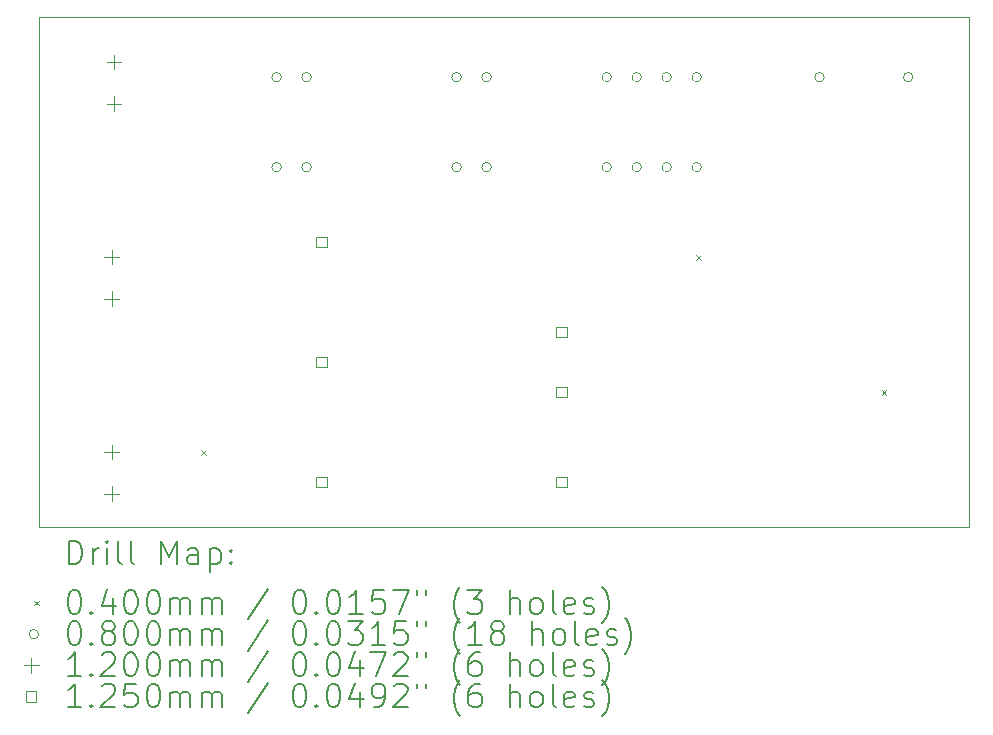
<source format=gbr>
%TF.GenerationSoftware,KiCad,Pcbnew,6.0.8-1.fc36*%
%TF.CreationDate,2022-11-05T02:53:20+01:00*%
%TF.ProjectId,recruiting,72656372-7569-4746-996e-672e6b696361,V0*%
%TF.SameCoordinates,Original*%
%TF.FileFunction,Drillmap*%
%TF.FilePolarity,Positive*%
%FSLAX45Y45*%
G04 Gerber Fmt 4.5, Leading zero omitted, Abs format (unit mm)*
G04 Created by KiCad (PCBNEW 6.0.8-1.fc36) date 2022-11-05 02:53:20*
%MOMM*%
%LPD*%
G01*
G04 APERTURE LIST*
%ADD10C,0.050000*%
%ADD11C,0.200000*%
%ADD12C,0.040000*%
%ADD13C,0.080000*%
%ADD14C,0.120000*%
%ADD15C,0.125000*%
G04 APERTURE END LIST*
D10*
X10052250Y-6477000D02*
X17926250Y-6477000D01*
X17926250Y-6477000D02*
X17926250Y-10795000D01*
X17926250Y-10795000D02*
X10052250Y-10795000D01*
X10052250Y-10795000D02*
X10052250Y-6477000D01*
D11*
D12*
X11429250Y-10140000D02*
X11469250Y-10180000D01*
X11469250Y-10140000D02*
X11429250Y-10180000D01*
X15620250Y-8489000D02*
X15660250Y-8529000D01*
X15660250Y-8489000D02*
X15620250Y-8529000D01*
X17188000Y-9632000D02*
X17228000Y-9672000D01*
X17228000Y-9632000D02*
X17188000Y-9672000D01*
D13*
X12105000Y-6984500D02*
G75*
G03*
X12105000Y-6984500I-40000J0D01*
G01*
X12105000Y-7746500D02*
G75*
G03*
X12105000Y-7746500I-40000J0D01*
G01*
X12359000Y-6984500D02*
G75*
G03*
X12359000Y-6984500I-40000J0D01*
G01*
X12359000Y-7746500D02*
G75*
G03*
X12359000Y-7746500I-40000J0D01*
G01*
X13629000Y-6984500D02*
G75*
G03*
X13629000Y-6984500I-40000J0D01*
G01*
X13629000Y-7746500D02*
G75*
G03*
X13629000Y-7746500I-40000J0D01*
G01*
X13883000Y-6984500D02*
G75*
G03*
X13883000Y-6984500I-40000J0D01*
G01*
X13883000Y-7746500D02*
G75*
G03*
X13883000Y-7746500I-40000J0D01*
G01*
X14900000Y-6984000D02*
G75*
G03*
X14900000Y-6984000I-40000J0D01*
G01*
X14900000Y-7746000D02*
G75*
G03*
X14900000Y-7746000I-40000J0D01*
G01*
X15154000Y-6984000D02*
G75*
G03*
X15154000Y-6984000I-40000J0D01*
G01*
X15154000Y-7746000D02*
G75*
G03*
X15154000Y-7746000I-40000J0D01*
G01*
X15408000Y-6984000D02*
G75*
G03*
X15408000Y-6984000I-40000J0D01*
G01*
X15408000Y-7746000D02*
G75*
G03*
X15408000Y-7746000I-40000J0D01*
G01*
X15662000Y-6984000D02*
G75*
G03*
X15662000Y-6984000I-40000J0D01*
G01*
X15662000Y-7746000D02*
G75*
G03*
X15662000Y-7746000I-40000J0D01*
G01*
X16702250Y-6985000D02*
G75*
G03*
X16702250Y-6985000I-40000J0D01*
G01*
X17452250Y-6985000D02*
G75*
G03*
X17452250Y-6985000I-40000J0D01*
G01*
D14*
X10668000Y-8449000D02*
X10668000Y-8569000D01*
X10608000Y-8509000D02*
X10728000Y-8509000D01*
X10668000Y-8799000D02*
X10668000Y-8919000D01*
X10608000Y-8859000D02*
X10728000Y-8859000D01*
X10668000Y-10100000D02*
X10668000Y-10220000D01*
X10608000Y-10160000D02*
X10728000Y-10160000D01*
X10668000Y-10450000D02*
X10668000Y-10570000D01*
X10608000Y-10510000D02*
X10728000Y-10510000D01*
X10687250Y-6798000D02*
X10687250Y-6918000D01*
X10627250Y-6858000D02*
X10747250Y-6858000D01*
X10687250Y-7148000D02*
X10687250Y-7268000D01*
X10627250Y-7208000D02*
X10747250Y-7208000D01*
D15*
X12490195Y-8426195D02*
X12490195Y-8337805D01*
X12401805Y-8337805D01*
X12401805Y-8426195D01*
X12490195Y-8426195D01*
X12490195Y-9442195D02*
X12490195Y-9353805D01*
X12401805Y-9353805D01*
X12401805Y-9442195D01*
X12490195Y-9442195D01*
X12490195Y-10458195D02*
X12490195Y-10369805D01*
X12401805Y-10369805D01*
X12401805Y-10458195D01*
X12490195Y-10458195D01*
X14522195Y-9188195D02*
X14522195Y-9099805D01*
X14433805Y-9099805D01*
X14433805Y-9188195D01*
X14522195Y-9188195D01*
X14522195Y-9696195D02*
X14522195Y-9607805D01*
X14433805Y-9607805D01*
X14433805Y-9696195D01*
X14522195Y-9696195D01*
X14522195Y-10458195D02*
X14522195Y-10369805D01*
X14433805Y-10369805D01*
X14433805Y-10458195D01*
X14522195Y-10458195D01*
D11*
X10307369Y-11107976D02*
X10307369Y-10907976D01*
X10354988Y-10907976D01*
X10383560Y-10917500D01*
X10402607Y-10936548D01*
X10412131Y-10955595D01*
X10421655Y-10993690D01*
X10421655Y-11022262D01*
X10412131Y-11060357D01*
X10402607Y-11079405D01*
X10383560Y-11098452D01*
X10354988Y-11107976D01*
X10307369Y-11107976D01*
X10507369Y-11107976D02*
X10507369Y-10974643D01*
X10507369Y-11012738D02*
X10516893Y-10993690D01*
X10526417Y-10984167D01*
X10545464Y-10974643D01*
X10564512Y-10974643D01*
X10631179Y-11107976D02*
X10631179Y-10974643D01*
X10631179Y-10907976D02*
X10621655Y-10917500D01*
X10631179Y-10927024D01*
X10640702Y-10917500D01*
X10631179Y-10907976D01*
X10631179Y-10927024D01*
X10754988Y-11107976D02*
X10735940Y-11098452D01*
X10726417Y-11079405D01*
X10726417Y-10907976D01*
X10859750Y-11107976D02*
X10840702Y-11098452D01*
X10831179Y-11079405D01*
X10831179Y-10907976D01*
X11088321Y-11107976D02*
X11088321Y-10907976D01*
X11154988Y-11050833D01*
X11221655Y-10907976D01*
X11221655Y-11107976D01*
X11402607Y-11107976D02*
X11402607Y-11003214D01*
X11393083Y-10984167D01*
X11374036Y-10974643D01*
X11335940Y-10974643D01*
X11316893Y-10984167D01*
X11402607Y-11098452D02*
X11383559Y-11107976D01*
X11335940Y-11107976D01*
X11316893Y-11098452D01*
X11307369Y-11079405D01*
X11307369Y-11060357D01*
X11316893Y-11041310D01*
X11335940Y-11031786D01*
X11383559Y-11031786D01*
X11402607Y-11022262D01*
X11497845Y-10974643D02*
X11497845Y-11174643D01*
X11497845Y-10984167D02*
X11516893Y-10974643D01*
X11554988Y-10974643D01*
X11574036Y-10984167D01*
X11583559Y-10993690D01*
X11593083Y-11012738D01*
X11593083Y-11069881D01*
X11583559Y-11088929D01*
X11574036Y-11098452D01*
X11554988Y-11107976D01*
X11516893Y-11107976D01*
X11497845Y-11098452D01*
X11678798Y-11088929D02*
X11688321Y-11098452D01*
X11678798Y-11107976D01*
X11669274Y-11098452D01*
X11678798Y-11088929D01*
X11678798Y-11107976D01*
X11678798Y-10984167D02*
X11688321Y-10993690D01*
X11678798Y-11003214D01*
X11669274Y-10993690D01*
X11678798Y-10984167D01*
X11678798Y-11003214D01*
D12*
X10009750Y-11417500D02*
X10049750Y-11457500D01*
X10049750Y-11417500D02*
X10009750Y-11457500D01*
D11*
X10345464Y-11327976D02*
X10364512Y-11327976D01*
X10383560Y-11337500D01*
X10393083Y-11347024D01*
X10402607Y-11366071D01*
X10412131Y-11404167D01*
X10412131Y-11451786D01*
X10402607Y-11489881D01*
X10393083Y-11508928D01*
X10383560Y-11518452D01*
X10364512Y-11527976D01*
X10345464Y-11527976D01*
X10326417Y-11518452D01*
X10316893Y-11508928D01*
X10307369Y-11489881D01*
X10297845Y-11451786D01*
X10297845Y-11404167D01*
X10307369Y-11366071D01*
X10316893Y-11347024D01*
X10326417Y-11337500D01*
X10345464Y-11327976D01*
X10497845Y-11508928D02*
X10507369Y-11518452D01*
X10497845Y-11527976D01*
X10488321Y-11518452D01*
X10497845Y-11508928D01*
X10497845Y-11527976D01*
X10678798Y-11394643D02*
X10678798Y-11527976D01*
X10631179Y-11318452D02*
X10583560Y-11461309D01*
X10707369Y-11461309D01*
X10821655Y-11327976D02*
X10840702Y-11327976D01*
X10859750Y-11337500D01*
X10869274Y-11347024D01*
X10878798Y-11366071D01*
X10888321Y-11404167D01*
X10888321Y-11451786D01*
X10878798Y-11489881D01*
X10869274Y-11508928D01*
X10859750Y-11518452D01*
X10840702Y-11527976D01*
X10821655Y-11527976D01*
X10802607Y-11518452D01*
X10793083Y-11508928D01*
X10783560Y-11489881D01*
X10774036Y-11451786D01*
X10774036Y-11404167D01*
X10783560Y-11366071D01*
X10793083Y-11347024D01*
X10802607Y-11337500D01*
X10821655Y-11327976D01*
X11012131Y-11327976D02*
X11031179Y-11327976D01*
X11050226Y-11337500D01*
X11059750Y-11347024D01*
X11069274Y-11366071D01*
X11078798Y-11404167D01*
X11078798Y-11451786D01*
X11069274Y-11489881D01*
X11059750Y-11508928D01*
X11050226Y-11518452D01*
X11031179Y-11527976D01*
X11012131Y-11527976D01*
X10993083Y-11518452D01*
X10983560Y-11508928D01*
X10974036Y-11489881D01*
X10964512Y-11451786D01*
X10964512Y-11404167D01*
X10974036Y-11366071D01*
X10983560Y-11347024D01*
X10993083Y-11337500D01*
X11012131Y-11327976D01*
X11164512Y-11527976D02*
X11164512Y-11394643D01*
X11164512Y-11413690D02*
X11174036Y-11404167D01*
X11193083Y-11394643D01*
X11221655Y-11394643D01*
X11240702Y-11404167D01*
X11250226Y-11423214D01*
X11250226Y-11527976D01*
X11250226Y-11423214D02*
X11259750Y-11404167D01*
X11278798Y-11394643D01*
X11307369Y-11394643D01*
X11326417Y-11404167D01*
X11335940Y-11423214D01*
X11335940Y-11527976D01*
X11431178Y-11527976D02*
X11431178Y-11394643D01*
X11431178Y-11413690D02*
X11440702Y-11404167D01*
X11459750Y-11394643D01*
X11488321Y-11394643D01*
X11507369Y-11404167D01*
X11516893Y-11423214D01*
X11516893Y-11527976D01*
X11516893Y-11423214D02*
X11526417Y-11404167D01*
X11545464Y-11394643D01*
X11574036Y-11394643D01*
X11593083Y-11404167D01*
X11602607Y-11423214D01*
X11602607Y-11527976D01*
X11993083Y-11318452D02*
X11821655Y-11575595D01*
X12250226Y-11327976D02*
X12269274Y-11327976D01*
X12288321Y-11337500D01*
X12297845Y-11347024D01*
X12307369Y-11366071D01*
X12316893Y-11404167D01*
X12316893Y-11451786D01*
X12307369Y-11489881D01*
X12297845Y-11508928D01*
X12288321Y-11518452D01*
X12269274Y-11527976D01*
X12250226Y-11527976D01*
X12231178Y-11518452D01*
X12221655Y-11508928D01*
X12212131Y-11489881D01*
X12202607Y-11451786D01*
X12202607Y-11404167D01*
X12212131Y-11366071D01*
X12221655Y-11347024D01*
X12231178Y-11337500D01*
X12250226Y-11327976D01*
X12402607Y-11508928D02*
X12412131Y-11518452D01*
X12402607Y-11527976D01*
X12393083Y-11518452D01*
X12402607Y-11508928D01*
X12402607Y-11527976D01*
X12535940Y-11327976D02*
X12554988Y-11327976D01*
X12574036Y-11337500D01*
X12583559Y-11347024D01*
X12593083Y-11366071D01*
X12602607Y-11404167D01*
X12602607Y-11451786D01*
X12593083Y-11489881D01*
X12583559Y-11508928D01*
X12574036Y-11518452D01*
X12554988Y-11527976D01*
X12535940Y-11527976D01*
X12516893Y-11518452D01*
X12507369Y-11508928D01*
X12497845Y-11489881D01*
X12488321Y-11451786D01*
X12488321Y-11404167D01*
X12497845Y-11366071D01*
X12507369Y-11347024D01*
X12516893Y-11337500D01*
X12535940Y-11327976D01*
X12793083Y-11527976D02*
X12678798Y-11527976D01*
X12735940Y-11527976D02*
X12735940Y-11327976D01*
X12716893Y-11356548D01*
X12697845Y-11375595D01*
X12678798Y-11385119D01*
X12974036Y-11327976D02*
X12878798Y-11327976D01*
X12869274Y-11423214D01*
X12878798Y-11413690D01*
X12897845Y-11404167D01*
X12945464Y-11404167D01*
X12964512Y-11413690D01*
X12974036Y-11423214D01*
X12983559Y-11442262D01*
X12983559Y-11489881D01*
X12974036Y-11508928D01*
X12964512Y-11518452D01*
X12945464Y-11527976D01*
X12897845Y-11527976D01*
X12878798Y-11518452D01*
X12869274Y-11508928D01*
X13050226Y-11327976D02*
X13183559Y-11327976D01*
X13097845Y-11527976D01*
X13250226Y-11327976D02*
X13250226Y-11366071D01*
X13326417Y-11327976D02*
X13326417Y-11366071D01*
X13621655Y-11604167D02*
X13612131Y-11594643D01*
X13593083Y-11566071D01*
X13583559Y-11547024D01*
X13574036Y-11518452D01*
X13564512Y-11470833D01*
X13564512Y-11432738D01*
X13574036Y-11385119D01*
X13583559Y-11356548D01*
X13593083Y-11337500D01*
X13612131Y-11308928D01*
X13621655Y-11299405D01*
X13678798Y-11327976D02*
X13802607Y-11327976D01*
X13735940Y-11404167D01*
X13764512Y-11404167D01*
X13783559Y-11413690D01*
X13793083Y-11423214D01*
X13802607Y-11442262D01*
X13802607Y-11489881D01*
X13793083Y-11508928D01*
X13783559Y-11518452D01*
X13764512Y-11527976D01*
X13707369Y-11527976D01*
X13688321Y-11518452D01*
X13678798Y-11508928D01*
X14040702Y-11527976D02*
X14040702Y-11327976D01*
X14126417Y-11527976D02*
X14126417Y-11423214D01*
X14116893Y-11404167D01*
X14097845Y-11394643D01*
X14069274Y-11394643D01*
X14050226Y-11404167D01*
X14040702Y-11413690D01*
X14250226Y-11527976D02*
X14231178Y-11518452D01*
X14221655Y-11508928D01*
X14212131Y-11489881D01*
X14212131Y-11432738D01*
X14221655Y-11413690D01*
X14231178Y-11404167D01*
X14250226Y-11394643D01*
X14278798Y-11394643D01*
X14297845Y-11404167D01*
X14307369Y-11413690D01*
X14316893Y-11432738D01*
X14316893Y-11489881D01*
X14307369Y-11508928D01*
X14297845Y-11518452D01*
X14278798Y-11527976D01*
X14250226Y-11527976D01*
X14431178Y-11527976D02*
X14412131Y-11518452D01*
X14402607Y-11499405D01*
X14402607Y-11327976D01*
X14583559Y-11518452D02*
X14564512Y-11527976D01*
X14526417Y-11527976D01*
X14507369Y-11518452D01*
X14497845Y-11499405D01*
X14497845Y-11423214D01*
X14507369Y-11404167D01*
X14526417Y-11394643D01*
X14564512Y-11394643D01*
X14583559Y-11404167D01*
X14593083Y-11423214D01*
X14593083Y-11442262D01*
X14497845Y-11461309D01*
X14669274Y-11518452D02*
X14688321Y-11527976D01*
X14726417Y-11527976D01*
X14745464Y-11518452D01*
X14754988Y-11499405D01*
X14754988Y-11489881D01*
X14745464Y-11470833D01*
X14726417Y-11461309D01*
X14697845Y-11461309D01*
X14678798Y-11451786D01*
X14669274Y-11432738D01*
X14669274Y-11423214D01*
X14678798Y-11404167D01*
X14697845Y-11394643D01*
X14726417Y-11394643D01*
X14745464Y-11404167D01*
X14821655Y-11604167D02*
X14831178Y-11594643D01*
X14850226Y-11566071D01*
X14859750Y-11547024D01*
X14869274Y-11518452D01*
X14878798Y-11470833D01*
X14878798Y-11432738D01*
X14869274Y-11385119D01*
X14859750Y-11356548D01*
X14850226Y-11337500D01*
X14831178Y-11308928D01*
X14821655Y-11299405D01*
D13*
X10049750Y-11701500D02*
G75*
G03*
X10049750Y-11701500I-40000J0D01*
G01*
D11*
X10345464Y-11591976D02*
X10364512Y-11591976D01*
X10383560Y-11601500D01*
X10393083Y-11611024D01*
X10402607Y-11630071D01*
X10412131Y-11668167D01*
X10412131Y-11715786D01*
X10402607Y-11753881D01*
X10393083Y-11772928D01*
X10383560Y-11782452D01*
X10364512Y-11791976D01*
X10345464Y-11791976D01*
X10326417Y-11782452D01*
X10316893Y-11772928D01*
X10307369Y-11753881D01*
X10297845Y-11715786D01*
X10297845Y-11668167D01*
X10307369Y-11630071D01*
X10316893Y-11611024D01*
X10326417Y-11601500D01*
X10345464Y-11591976D01*
X10497845Y-11772928D02*
X10507369Y-11782452D01*
X10497845Y-11791976D01*
X10488321Y-11782452D01*
X10497845Y-11772928D01*
X10497845Y-11791976D01*
X10621655Y-11677690D02*
X10602607Y-11668167D01*
X10593083Y-11658643D01*
X10583560Y-11639595D01*
X10583560Y-11630071D01*
X10593083Y-11611024D01*
X10602607Y-11601500D01*
X10621655Y-11591976D01*
X10659750Y-11591976D01*
X10678798Y-11601500D01*
X10688321Y-11611024D01*
X10697845Y-11630071D01*
X10697845Y-11639595D01*
X10688321Y-11658643D01*
X10678798Y-11668167D01*
X10659750Y-11677690D01*
X10621655Y-11677690D01*
X10602607Y-11687214D01*
X10593083Y-11696738D01*
X10583560Y-11715786D01*
X10583560Y-11753881D01*
X10593083Y-11772928D01*
X10602607Y-11782452D01*
X10621655Y-11791976D01*
X10659750Y-11791976D01*
X10678798Y-11782452D01*
X10688321Y-11772928D01*
X10697845Y-11753881D01*
X10697845Y-11715786D01*
X10688321Y-11696738D01*
X10678798Y-11687214D01*
X10659750Y-11677690D01*
X10821655Y-11591976D02*
X10840702Y-11591976D01*
X10859750Y-11601500D01*
X10869274Y-11611024D01*
X10878798Y-11630071D01*
X10888321Y-11668167D01*
X10888321Y-11715786D01*
X10878798Y-11753881D01*
X10869274Y-11772928D01*
X10859750Y-11782452D01*
X10840702Y-11791976D01*
X10821655Y-11791976D01*
X10802607Y-11782452D01*
X10793083Y-11772928D01*
X10783560Y-11753881D01*
X10774036Y-11715786D01*
X10774036Y-11668167D01*
X10783560Y-11630071D01*
X10793083Y-11611024D01*
X10802607Y-11601500D01*
X10821655Y-11591976D01*
X11012131Y-11591976D02*
X11031179Y-11591976D01*
X11050226Y-11601500D01*
X11059750Y-11611024D01*
X11069274Y-11630071D01*
X11078798Y-11668167D01*
X11078798Y-11715786D01*
X11069274Y-11753881D01*
X11059750Y-11772928D01*
X11050226Y-11782452D01*
X11031179Y-11791976D01*
X11012131Y-11791976D01*
X10993083Y-11782452D01*
X10983560Y-11772928D01*
X10974036Y-11753881D01*
X10964512Y-11715786D01*
X10964512Y-11668167D01*
X10974036Y-11630071D01*
X10983560Y-11611024D01*
X10993083Y-11601500D01*
X11012131Y-11591976D01*
X11164512Y-11791976D02*
X11164512Y-11658643D01*
X11164512Y-11677690D02*
X11174036Y-11668167D01*
X11193083Y-11658643D01*
X11221655Y-11658643D01*
X11240702Y-11668167D01*
X11250226Y-11687214D01*
X11250226Y-11791976D01*
X11250226Y-11687214D02*
X11259750Y-11668167D01*
X11278798Y-11658643D01*
X11307369Y-11658643D01*
X11326417Y-11668167D01*
X11335940Y-11687214D01*
X11335940Y-11791976D01*
X11431178Y-11791976D02*
X11431178Y-11658643D01*
X11431178Y-11677690D02*
X11440702Y-11668167D01*
X11459750Y-11658643D01*
X11488321Y-11658643D01*
X11507369Y-11668167D01*
X11516893Y-11687214D01*
X11516893Y-11791976D01*
X11516893Y-11687214D02*
X11526417Y-11668167D01*
X11545464Y-11658643D01*
X11574036Y-11658643D01*
X11593083Y-11668167D01*
X11602607Y-11687214D01*
X11602607Y-11791976D01*
X11993083Y-11582452D02*
X11821655Y-11839595D01*
X12250226Y-11591976D02*
X12269274Y-11591976D01*
X12288321Y-11601500D01*
X12297845Y-11611024D01*
X12307369Y-11630071D01*
X12316893Y-11668167D01*
X12316893Y-11715786D01*
X12307369Y-11753881D01*
X12297845Y-11772928D01*
X12288321Y-11782452D01*
X12269274Y-11791976D01*
X12250226Y-11791976D01*
X12231178Y-11782452D01*
X12221655Y-11772928D01*
X12212131Y-11753881D01*
X12202607Y-11715786D01*
X12202607Y-11668167D01*
X12212131Y-11630071D01*
X12221655Y-11611024D01*
X12231178Y-11601500D01*
X12250226Y-11591976D01*
X12402607Y-11772928D02*
X12412131Y-11782452D01*
X12402607Y-11791976D01*
X12393083Y-11782452D01*
X12402607Y-11772928D01*
X12402607Y-11791976D01*
X12535940Y-11591976D02*
X12554988Y-11591976D01*
X12574036Y-11601500D01*
X12583559Y-11611024D01*
X12593083Y-11630071D01*
X12602607Y-11668167D01*
X12602607Y-11715786D01*
X12593083Y-11753881D01*
X12583559Y-11772928D01*
X12574036Y-11782452D01*
X12554988Y-11791976D01*
X12535940Y-11791976D01*
X12516893Y-11782452D01*
X12507369Y-11772928D01*
X12497845Y-11753881D01*
X12488321Y-11715786D01*
X12488321Y-11668167D01*
X12497845Y-11630071D01*
X12507369Y-11611024D01*
X12516893Y-11601500D01*
X12535940Y-11591976D01*
X12669274Y-11591976D02*
X12793083Y-11591976D01*
X12726417Y-11668167D01*
X12754988Y-11668167D01*
X12774036Y-11677690D01*
X12783559Y-11687214D01*
X12793083Y-11706262D01*
X12793083Y-11753881D01*
X12783559Y-11772928D01*
X12774036Y-11782452D01*
X12754988Y-11791976D01*
X12697845Y-11791976D01*
X12678798Y-11782452D01*
X12669274Y-11772928D01*
X12983559Y-11791976D02*
X12869274Y-11791976D01*
X12926417Y-11791976D02*
X12926417Y-11591976D01*
X12907369Y-11620548D01*
X12888321Y-11639595D01*
X12869274Y-11649119D01*
X13164512Y-11591976D02*
X13069274Y-11591976D01*
X13059750Y-11687214D01*
X13069274Y-11677690D01*
X13088321Y-11668167D01*
X13135940Y-11668167D01*
X13154988Y-11677690D01*
X13164512Y-11687214D01*
X13174036Y-11706262D01*
X13174036Y-11753881D01*
X13164512Y-11772928D01*
X13154988Y-11782452D01*
X13135940Y-11791976D01*
X13088321Y-11791976D01*
X13069274Y-11782452D01*
X13059750Y-11772928D01*
X13250226Y-11591976D02*
X13250226Y-11630071D01*
X13326417Y-11591976D02*
X13326417Y-11630071D01*
X13621655Y-11868167D02*
X13612131Y-11858643D01*
X13593083Y-11830071D01*
X13583559Y-11811024D01*
X13574036Y-11782452D01*
X13564512Y-11734833D01*
X13564512Y-11696738D01*
X13574036Y-11649119D01*
X13583559Y-11620548D01*
X13593083Y-11601500D01*
X13612131Y-11572928D01*
X13621655Y-11563405D01*
X13802607Y-11791976D02*
X13688321Y-11791976D01*
X13745464Y-11791976D02*
X13745464Y-11591976D01*
X13726417Y-11620548D01*
X13707369Y-11639595D01*
X13688321Y-11649119D01*
X13916893Y-11677690D02*
X13897845Y-11668167D01*
X13888321Y-11658643D01*
X13878798Y-11639595D01*
X13878798Y-11630071D01*
X13888321Y-11611024D01*
X13897845Y-11601500D01*
X13916893Y-11591976D01*
X13954988Y-11591976D01*
X13974036Y-11601500D01*
X13983559Y-11611024D01*
X13993083Y-11630071D01*
X13993083Y-11639595D01*
X13983559Y-11658643D01*
X13974036Y-11668167D01*
X13954988Y-11677690D01*
X13916893Y-11677690D01*
X13897845Y-11687214D01*
X13888321Y-11696738D01*
X13878798Y-11715786D01*
X13878798Y-11753881D01*
X13888321Y-11772928D01*
X13897845Y-11782452D01*
X13916893Y-11791976D01*
X13954988Y-11791976D01*
X13974036Y-11782452D01*
X13983559Y-11772928D01*
X13993083Y-11753881D01*
X13993083Y-11715786D01*
X13983559Y-11696738D01*
X13974036Y-11687214D01*
X13954988Y-11677690D01*
X14231178Y-11791976D02*
X14231178Y-11591976D01*
X14316893Y-11791976D02*
X14316893Y-11687214D01*
X14307369Y-11668167D01*
X14288321Y-11658643D01*
X14259750Y-11658643D01*
X14240702Y-11668167D01*
X14231178Y-11677690D01*
X14440702Y-11791976D02*
X14421655Y-11782452D01*
X14412131Y-11772928D01*
X14402607Y-11753881D01*
X14402607Y-11696738D01*
X14412131Y-11677690D01*
X14421655Y-11668167D01*
X14440702Y-11658643D01*
X14469274Y-11658643D01*
X14488321Y-11668167D01*
X14497845Y-11677690D01*
X14507369Y-11696738D01*
X14507369Y-11753881D01*
X14497845Y-11772928D01*
X14488321Y-11782452D01*
X14469274Y-11791976D01*
X14440702Y-11791976D01*
X14621655Y-11791976D02*
X14602607Y-11782452D01*
X14593083Y-11763405D01*
X14593083Y-11591976D01*
X14774036Y-11782452D02*
X14754988Y-11791976D01*
X14716893Y-11791976D01*
X14697845Y-11782452D01*
X14688321Y-11763405D01*
X14688321Y-11687214D01*
X14697845Y-11668167D01*
X14716893Y-11658643D01*
X14754988Y-11658643D01*
X14774036Y-11668167D01*
X14783559Y-11687214D01*
X14783559Y-11706262D01*
X14688321Y-11725309D01*
X14859750Y-11782452D02*
X14878798Y-11791976D01*
X14916893Y-11791976D01*
X14935940Y-11782452D01*
X14945464Y-11763405D01*
X14945464Y-11753881D01*
X14935940Y-11734833D01*
X14916893Y-11725309D01*
X14888321Y-11725309D01*
X14869274Y-11715786D01*
X14859750Y-11696738D01*
X14859750Y-11687214D01*
X14869274Y-11668167D01*
X14888321Y-11658643D01*
X14916893Y-11658643D01*
X14935940Y-11668167D01*
X15012131Y-11868167D02*
X15021655Y-11858643D01*
X15040702Y-11830071D01*
X15050226Y-11811024D01*
X15059750Y-11782452D01*
X15069274Y-11734833D01*
X15069274Y-11696738D01*
X15059750Y-11649119D01*
X15050226Y-11620548D01*
X15040702Y-11601500D01*
X15021655Y-11572928D01*
X15012131Y-11563405D01*
D14*
X9989750Y-11905500D02*
X9989750Y-12025500D01*
X9929750Y-11965500D02*
X10049750Y-11965500D01*
D11*
X10412131Y-12055976D02*
X10297845Y-12055976D01*
X10354988Y-12055976D02*
X10354988Y-11855976D01*
X10335940Y-11884548D01*
X10316893Y-11903595D01*
X10297845Y-11913119D01*
X10497845Y-12036928D02*
X10507369Y-12046452D01*
X10497845Y-12055976D01*
X10488321Y-12046452D01*
X10497845Y-12036928D01*
X10497845Y-12055976D01*
X10583560Y-11875024D02*
X10593083Y-11865500D01*
X10612131Y-11855976D01*
X10659750Y-11855976D01*
X10678798Y-11865500D01*
X10688321Y-11875024D01*
X10697845Y-11894071D01*
X10697845Y-11913119D01*
X10688321Y-11941690D01*
X10574036Y-12055976D01*
X10697845Y-12055976D01*
X10821655Y-11855976D02*
X10840702Y-11855976D01*
X10859750Y-11865500D01*
X10869274Y-11875024D01*
X10878798Y-11894071D01*
X10888321Y-11932167D01*
X10888321Y-11979786D01*
X10878798Y-12017881D01*
X10869274Y-12036928D01*
X10859750Y-12046452D01*
X10840702Y-12055976D01*
X10821655Y-12055976D01*
X10802607Y-12046452D01*
X10793083Y-12036928D01*
X10783560Y-12017881D01*
X10774036Y-11979786D01*
X10774036Y-11932167D01*
X10783560Y-11894071D01*
X10793083Y-11875024D01*
X10802607Y-11865500D01*
X10821655Y-11855976D01*
X11012131Y-11855976D02*
X11031179Y-11855976D01*
X11050226Y-11865500D01*
X11059750Y-11875024D01*
X11069274Y-11894071D01*
X11078798Y-11932167D01*
X11078798Y-11979786D01*
X11069274Y-12017881D01*
X11059750Y-12036928D01*
X11050226Y-12046452D01*
X11031179Y-12055976D01*
X11012131Y-12055976D01*
X10993083Y-12046452D01*
X10983560Y-12036928D01*
X10974036Y-12017881D01*
X10964512Y-11979786D01*
X10964512Y-11932167D01*
X10974036Y-11894071D01*
X10983560Y-11875024D01*
X10993083Y-11865500D01*
X11012131Y-11855976D01*
X11164512Y-12055976D02*
X11164512Y-11922643D01*
X11164512Y-11941690D02*
X11174036Y-11932167D01*
X11193083Y-11922643D01*
X11221655Y-11922643D01*
X11240702Y-11932167D01*
X11250226Y-11951214D01*
X11250226Y-12055976D01*
X11250226Y-11951214D02*
X11259750Y-11932167D01*
X11278798Y-11922643D01*
X11307369Y-11922643D01*
X11326417Y-11932167D01*
X11335940Y-11951214D01*
X11335940Y-12055976D01*
X11431178Y-12055976D02*
X11431178Y-11922643D01*
X11431178Y-11941690D02*
X11440702Y-11932167D01*
X11459750Y-11922643D01*
X11488321Y-11922643D01*
X11507369Y-11932167D01*
X11516893Y-11951214D01*
X11516893Y-12055976D01*
X11516893Y-11951214D02*
X11526417Y-11932167D01*
X11545464Y-11922643D01*
X11574036Y-11922643D01*
X11593083Y-11932167D01*
X11602607Y-11951214D01*
X11602607Y-12055976D01*
X11993083Y-11846452D02*
X11821655Y-12103595D01*
X12250226Y-11855976D02*
X12269274Y-11855976D01*
X12288321Y-11865500D01*
X12297845Y-11875024D01*
X12307369Y-11894071D01*
X12316893Y-11932167D01*
X12316893Y-11979786D01*
X12307369Y-12017881D01*
X12297845Y-12036928D01*
X12288321Y-12046452D01*
X12269274Y-12055976D01*
X12250226Y-12055976D01*
X12231178Y-12046452D01*
X12221655Y-12036928D01*
X12212131Y-12017881D01*
X12202607Y-11979786D01*
X12202607Y-11932167D01*
X12212131Y-11894071D01*
X12221655Y-11875024D01*
X12231178Y-11865500D01*
X12250226Y-11855976D01*
X12402607Y-12036928D02*
X12412131Y-12046452D01*
X12402607Y-12055976D01*
X12393083Y-12046452D01*
X12402607Y-12036928D01*
X12402607Y-12055976D01*
X12535940Y-11855976D02*
X12554988Y-11855976D01*
X12574036Y-11865500D01*
X12583559Y-11875024D01*
X12593083Y-11894071D01*
X12602607Y-11932167D01*
X12602607Y-11979786D01*
X12593083Y-12017881D01*
X12583559Y-12036928D01*
X12574036Y-12046452D01*
X12554988Y-12055976D01*
X12535940Y-12055976D01*
X12516893Y-12046452D01*
X12507369Y-12036928D01*
X12497845Y-12017881D01*
X12488321Y-11979786D01*
X12488321Y-11932167D01*
X12497845Y-11894071D01*
X12507369Y-11875024D01*
X12516893Y-11865500D01*
X12535940Y-11855976D01*
X12774036Y-11922643D02*
X12774036Y-12055976D01*
X12726417Y-11846452D02*
X12678798Y-11989309D01*
X12802607Y-11989309D01*
X12859750Y-11855976D02*
X12993083Y-11855976D01*
X12907369Y-12055976D01*
X13059750Y-11875024D02*
X13069274Y-11865500D01*
X13088321Y-11855976D01*
X13135940Y-11855976D01*
X13154988Y-11865500D01*
X13164512Y-11875024D01*
X13174036Y-11894071D01*
X13174036Y-11913119D01*
X13164512Y-11941690D01*
X13050226Y-12055976D01*
X13174036Y-12055976D01*
X13250226Y-11855976D02*
X13250226Y-11894071D01*
X13326417Y-11855976D02*
X13326417Y-11894071D01*
X13621655Y-12132167D02*
X13612131Y-12122643D01*
X13593083Y-12094071D01*
X13583559Y-12075024D01*
X13574036Y-12046452D01*
X13564512Y-11998833D01*
X13564512Y-11960738D01*
X13574036Y-11913119D01*
X13583559Y-11884548D01*
X13593083Y-11865500D01*
X13612131Y-11836928D01*
X13621655Y-11827405D01*
X13783559Y-11855976D02*
X13745464Y-11855976D01*
X13726417Y-11865500D01*
X13716893Y-11875024D01*
X13697845Y-11903595D01*
X13688321Y-11941690D01*
X13688321Y-12017881D01*
X13697845Y-12036928D01*
X13707369Y-12046452D01*
X13726417Y-12055976D01*
X13764512Y-12055976D01*
X13783559Y-12046452D01*
X13793083Y-12036928D01*
X13802607Y-12017881D01*
X13802607Y-11970262D01*
X13793083Y-11951214D01*
X13783559Y-11941690D01*
X13764512Y-11932167D01*
X13726417Y-11932167D01*
X13707369Y-11941690D01*
X13697845Y-11951214D01*
X13688321Y-11970262D01*
X14040702Y-12055976D02*
X14040702Y-11855976D01*
X14126417Y-12055976D02*
X14126417Y-11951214D01*
X14116893Y-11932167D01*
X14097845Y-11922643D01*
X14069274Y-11922643D01*
X14050226Y-11932167D01*
X14040702Y-11941690D01*
X14250226Y-12055976D02*
X14231178Y-12046452D01*
X14221655Y-12036928D01*
X14212131Y-12017881D01*
X14212131Y-11960738D01*
X14221655Y-11941690D01*
X14231178Y-11932167D01*
X14250226Y-11922643D01*
X14278798Y-11922643D01*
X14297845Y-11932167D01*
X14307369Y-11941690D01*
X14316893Y-11960738D01*
X14316893Y-12017881D01*
X14307369Y-12036928D01*
X14297845Y-12046452D01*
X14278798Y-12055976D01*
X14250226Y-12055976D01*
X14431178Y-12055976D02*
X14412131Y-12046452D01*
X14402607Y-12027405D01*
X14402607Y-11855976D01*
X14583559Y-12046452D02*
X14564512Y-12055976D01*
X14526417Y-12055976D01*
X14507369Y-12046452D01*
X14497845Y-12027405D01*
X14497845Y-11951214D01*
X14507369Y-11932167D01*
X14526417Y-11922643D01*
X14564512Y-11922643D01*
X14583559Y-11932167D01*
X14593083Y-11951214D01*
X14593083Y-11970262D01*
X14497845Y-11989309D01*
X14669274Y-12046452D02*
X14688321Y-12055976D01*
X14726417Y-12055976D01*
X14745464Y-12046452D01*
X14754988Y-12027405D01*
X14754988Y-12017881D01*
X14745464Y-11998833D01*
X14726417Y-11989309D01*
X14697845Y-11989309D01*
X14678798Y-11979786D01*
X14669274Y-11960738D01*
X14669274Y-11951214D01*
X14678798Y-11932167D01*
X14697845Y-11922643D01*
X14726417Y-11922643D01*
X14745464Y-11932167D01*
X14821655Y-12132167D02*
X14831178Y-12122643D01*
X14850226Y-12094071D01*
X14859750Y-12075024D01*
X14869274Y-12046452D01*
X14878798Y-11998833D01*
X14878798Y-11960738D01*
X14869274Y-11913119D01*
X14859750Y-11884548D01*
X14850226Y-11865500D01*
X14831178Y-11836928D01*
X14821655Y-11827405D01*
D15*
X10031445Y-12273695D02*
X10031445Y-12185305D01*
X9943055Y-12185305D01*
X9943055Y-12273695D01*
X10031445Y-12273695D01*
D11*
X10412131Y-12319976D02*
X10297845Y-12319976D01*
X10354988Y-12319976D02*
X10354988Y-12119976D01*
X10335940Y-12148548D01*
X10316893Y-12167595D01*
X10297845Y-12177119D01*
X10497845Y-12300928D02*
X10507369Y-12310452D01*
X10497845Y-12319976D01*
X10488321Y-12310452D01*
X10497845Y-12300928D01*
X10497845Y-12319976D01*
X10583560Y-12139024D02*
X10593083Y-12129500D01*
X10612131Y-12119976D01*
X10659750Y-12119976D01*
X10678798Y-12129500D01*
X10688321Y-12139024D01*
X10697845Y-12158071D01*
X10697845Y-12177119D01*
X10688321Y-12205690D01*
X10574036Y-12319976D01*
X10697845Y-12319976D01*
X10878798Y-12119976D02*
X10783560Y-12119976D01*
X10774036Y-12215214D01*
X10783560Y-12205690D01*
X10802607Y-12196167D01*
X10850226Y-12196167D01*
X10869274Y-12205690D01*
X10878798Y-12215214D01*
X10888321Y-12234262D01*
X10888321Y-12281881D01*
X10878798Y-12300928D01*
X10869274Y-12310452D01*
X10850226Y-12319976D01*
X10802607Y-12319976D01*
X10783560Y-12310452D01*
X10774036Y-12300928D01*
X11012131Y-12119976D02*
X11031179Y-12119976D01*
X11050226Y-12129500D01*
X11059750Y-12139024D01*
X11069274Y-12158071D01*
X11078798Y-12196167D01*
X11078798Y-12243786D01*
X11069274Y-12281881D01*
X11059750Y-12300928D01*
X11050226Y-12310452D01*
X11031179Y-12319976D01*
X11012131Y-12319976D01*
X10993083Y-12310452D01*
X10983560Y-12300928D01*
X10974036Y-12281881D01*
X10964512Y-12243786D01*
X10964512Y-12196167D01*
X10974036Y-12158071D01*
X10983560Y-12139024D01*
X10993083Y-12129500D01*
X11012131Y-12119976D01*
X11164512Y-12319976D02*
X11164512Y-12186643D01*
X11164512Y-12205690D02*
X11174036Y-12196167D01*
X11193083Y-12186643D01*
X11221655Y-12186643D01*
X11240702Y-12196167D01*
X11250226Y-12215214D01*
X11250226Y-12319976D01*
X11250226Y-12215214D02*
X11259750Y-12196167D01*
X11278798Y-12186643D01*
X11307369Y-12186643D01*
X11326417Y-12196167D01*
X11335940Y-12215214D01*
X11335940Y-12319976D01*
X11431178Y-12319976D02*
X11431178Y-12186643D01*
X11431178Y-12205690D02*
X11440702Y-12196167D01*
X11459750Y-12186643D01*
X11488321Y-12186643D01*
X11507369Y-12196167D01*
X11516893Y-12215214D01*
X11516893Y-12319976D01*
X11516893Y-12215214D02*
X11526417Y-12196167D01*
X11545464Y-12186643D01*
X11574036Y-12186643D01*
X11593083Y-12196167D01*
X11602607Y-12215214D01*
X11602607Y-12319976D01*
X11993083Y-12110452D02*
X11821655Y-12367595D01*
X12250226Y-12119976D02*
X12269274Y-12119976D01*
X12288321Y-12129500D01*
X12297845Y-12139024D01*
X12307369Y-12158071D01*
X12316893Y-12196167D01*
X12316893Y-12243786D01*
X12307369Y-12281881D01*
X12297845Y-12300928D01*
X12288321Y-12310452D01*
X12269274Y-12319976D01*
X12250226Y-12319976D01*
X12231178Y-12310452D01*
X12221655Y-12300928D01*
X12212131Y-12281881D01*
X12202607Y-12243786D01*
X12202607Y-12196167D01*
X12212131Y-12158071D01*
X12221655Y-12139024D01*
X12231178Y-12129500D01*
X12250226Y-12119976D01*
X12402607Y-12300928D02*
X12412131Y-12310452D01*
X12402607Y-12319976D01*
X12393083Y-12310452D01*
X12402607Y-12300928D01*
X12402607Y-12319976D01*
X12535940Y-12119976D02*
X12554988Y-12119976D01*
X12574036Y-12129500D01*
X12583559Y-12139024D01*
X12593083Y-12158071D01*
X12602607Y-12196167D01*
X12602607Y-12243786D01*
X12593083Y-12281881D01*
X12583559Y-12300928D01*
X12574036Y-12310452D01*
X12554988Y-12319976D01*
X12535940Y-12319976D01*
X12516893Y-12310452D01*
X12507369Y-12300928D01*
X12497845Y-12281881D01*
X12488321Y-12243786D01*
X12488321Y-12196167D01*
X12497845Y-12158071D01*
X12507369Y-12139024D01*
X12516893Y-12129500D01*
X12535940Y-12119976D01*
X12774036Y-12186643D02*
X12774036Y-12319976D01*
X12726417Y-12110452D02*
X12678798Y-12253309D01*
X12802607Y-12253309D01*
X12888321Y-12319976D02*
X12926417Y-12319976D01*
X12945464Y-12310452D01*
X12954988Y-12300928D01*
X12974036Y-12272357D01*
X12983559Y-12234262D01*
X12983559Y-12158071D01*
X12974036Y-12139024D01*
X12964512Y-12129500D01*
X12945464Y-12119976D01*
X12907369Y-12119976D01*
X12888321Y-12129500D01*
X12878798Y-12139024D01*
X12869274Y-12158071D01*
X12869274Y-12205690D01*
X12878798Y-12224738D01*
X12888321Y-12234262D01*
X12907369Y-12243786D01*
X12945464Y-12243786D01*
X12964512Y-12234262D01*
X12974036Y-12224738D01*
X12983559Y-12205690D01*
X13059750Y-12139024D02*
X13069274Y-12129500D01*
X13088321Y-12119976D01*
X13135940Y-12119976D01*
X13154988Y-12129500D01*
X13164512Y-12139024D01*
X13174036Y-12158071D01*
X13174036Y-12177119D01*
X13164512Y-12205690D01*
X13050226Y-12319976D01*
X13174036Y-12319976D01*
X13250226Y-12119976D02*
X13250226Y-12158071D01*
X13326417Y-12119976D02*
X13326417Y-12158071D01*
X13621655Y-12396167D02*
X13612131Y-12386643D01*
X13593083Y-12358071D01*
X13583559Y-12339024D01*
X13574036Y-12310452D01*
X13564512Y-12262833D01*
X13564512Y-12224738D01*
X13574036Y-12177119D01*
X13583559Y-12148548D01*
X13593083Y-12129500D01*
X13612131Y-12100928D01*
X13621655Y-12091405D01*
X13783559Y-12119976D02*
X13745464Y-12119976D01*
X13726417Y-12129500D01*
X13716893Y-12139024D01*
X13697845Y-12167595D01*
X13688321Y-12205690D01*
X13688321Y-12281881D01*
X13697845Y-12300928D01*
X13707369Y-12310452D01*
X13726417Y-12319976D01*
X13764512Y-12319976D01*
X13783559Y-12310452D01*
X13793083Y-12300928D01*
X13802607Y-12281881D01*
X13802607Y-12234262D01*
X13793083Y-12215214D01*
X13783559Y-12205690D01*
X13764512Y-12196167D01*
X13726417Y-12196167D01*
X13707369Y-12205690D01*
X13697845Y-12215214D01*
X13688321Y-12234262D01*
X14040702Y-12319976D02*
X14040702Y-12119976D01*
X14126417Y-12319976D02*
X14126417Y-12215214D01*
X14116893Y-12196167D01*
X14097845Y-12186643D01*
X14069274Y-12186643D01*
X14050226Y-12196167D01*
X14040702Y-12205690D01*
X14250226Y-12319976D02*
X14231178Y-12310452D01*
X14221655Y-12300928D01*
X14212131Y-12281881D01*
X14212131Y-12224738D01*
X14221655Y-12205690D01*
X14231178Y-12196167D01*
X14250226Y-12186643D01*
X14278798Y-12186643D01*
X14297845Y-12196167D01*
X14307369Y-12205690D01*
X14316893Y-12224738D01*
X14316893Y-12281881D01*
X14307369Y-12300928D01*
X14297845Y-12310452D01*
X14278798Y-12319976D01*
X14250226Y-12319976D01*
X14431178Y-12319976D02*
X14412131Y-12310452D01*
X14402607Y-12291405D01*
X14402607Y-12119976D01*
X14583559Y-12310452D02*
X14564512Y-12319976D01*
X14526417Y-12319976D01*
X14507369Y-12310452D01*
X14497845Y-12291405D01*
X14497845Y-12215214D01*
X14507369Y-12196167D01*
X14526417Y-12186643D01*
X14564512Y-12186643D01*
X14583559Y-12196167D01*
X14593083Y-12215214D01*
X14593083Y-12234262D01*
X14497845Y-12253309D01*
X14669274Y-12310452D02*
X14688321Y-12319976D01*
X14726417Y-12319976D01*
X14745464Y-12310452D01*
X14754988Y-12291405D01*
X14754988Y-12281881D01*
X14745464Y-12262833D01*
X14726417Y-12253309D01*
X14697845Y-12253309D01*
X14678798Y-12243786D01*
X14669274Y-12224738D01*
X14669274Y-12215214D01*
X14678798Y-12196167D01*
X14697845Y-12186643D01*
X14726417Y-12186643D01*
X14745464Y-12196167D01*
X14821655Y-12396167D02*
X14831178Y-12386643D01*
X14850226Y-12358071D01*
X14859750Y-12339024D01*
X14869274Y-12310452D01*
X14878798Y-12262833D01*
X14878798Y-12224738D01*
X14869274Y-12177119D01*
X14859750Y-12148548D01*
X14850226Y-12129500D01*
X14831178Y-12100928D01*
X14821655Y-12091405D01*
M02*

</source>
